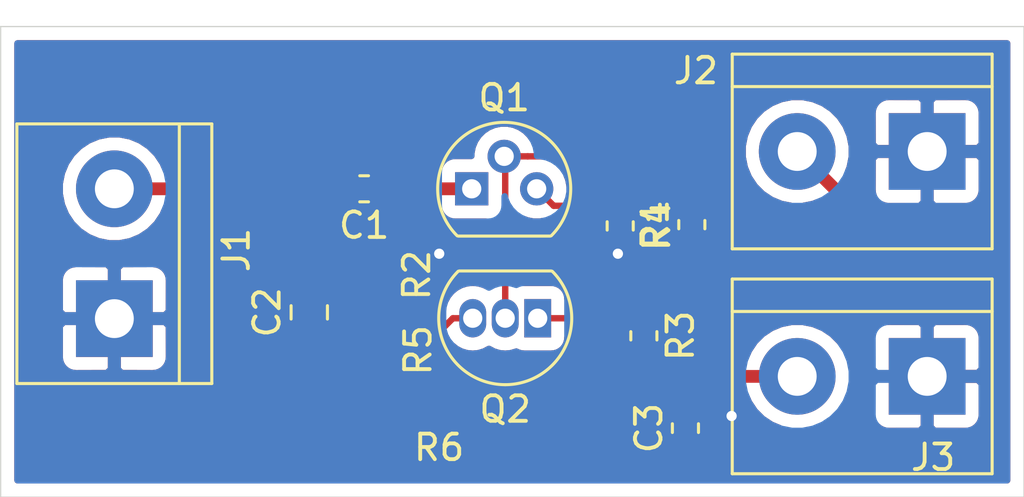
<source format=kicad_pcb>
(kicad_pcb (version 20171130) (host pcbnew "(5.1.5)-3")

  (general
    (thickness 1.6)
    (drawings 4)
    (tracks 40)
    (zones 0)
    (modules 14)
    (nets 10)
  )

  (page A4)
  (title_block
    (title Single_Transistor_AMP)
    (date 2020-10-29)
    (rev V1.0)
    (company "Ventspils Augstskola")
    (comment 1 Autors)
    (comment 2 "Ralfs Jātnieks")
    (comment 3 "PCB_CAD kurss")
  )

  (layers
    (0 F.Cu signal)
    (31 B.Cu signal)
    (32 B.Adhes user)
    (33 F.Adhes user)
    (34 B.Paste user)
    (35 F.Paste user)
    (36 B.SilkS user)
    (37 F.SilkS user)
    (38 B.Mask user)
    (39 F.Mask user)
    (40 Dwgs.User user)
    (41 Cmts.User user)
    (42 Eco1.User user)
    (43 Eco2.User user)
    (44 Edge.Cuts user)
    (45 Margin user)
    (46 B.CrtYd user)
    (47 F.CrtYd user)
    (48 B.Fab user)
    (49 F.Fab user)
  )

  (setup
    (last_trace_width 0.25)
    (user_trace_width 0.5)
    (trace_clearance 0.2)
    (zone_clearance 0.508)
    (zone_45_only no)
    (trace_min 0.2)
    (via_size 0.8)
    (via_drill 0.4)
    (via_min_size 0.4)
    (via_min_drill 0.3)
    (uvia_size 0.3)
    (uvia_drill 0.1)
    (uvias_allowed no)
    (uvia_min_size 0.2)
    (uvia_min_drill 0.1)
    (edge_width 0.05)
    (segment_width 0.2)
    (pcb_text_width 0.3)
    (pcb_text_size 1.5 1.5)
    (mod_edge_width 0.12)
    (mod_text_size 1 1)
    (mod_text_width 0.15)
    (pad_size 1.524 1.524)
    (pad_drill 0.762)
    (pad_to_mask_clearance 0.051)
    (solder_mask_min_width 0.25)
    (aux_axis_origin 0 0)
    (visible_elements 7FFFF7FF)
    (pcbplotparams
      (layerselection 0x010fc_ffffffff)
      (usegerberextensions false)
      (usegerberattributes false)
      (usegerberadvancedattributes false)
      (creategerberjobfile false)
      (excludeedgelayer true)
      (linewidth 0.100000)
      (plotframeref false)
      (viasonmask false)
      (mode 1)
      (useauxorigin false)
      (hpglpennumber 1)
      (hpglpenspeed 20)
      (hpglpendiameter 15.000000)
      (psnegative false)
      (psa4output false)
      (plotreference true)
      (plotvalue true)
      (plotinvisibletext false)
      (padsonsilk false)
      (subtractmaskfromsilk false)
      (outputformat 1)
      (mirror false)
      (drillshape 1)
      (scaleselection 1)
      (outputdirectory ""))
  )

  (net 0 "")
  (net 1 "Net-(C1-Pad1)")
  (net 2 "Net-(C2-Pad1)")
  (net 3 GND)
  (net 4 "Net-(C3-Pad2)")
  (net 5 "Net-(C3-Pad1)")
  (net 6 "Net-(J3-Pad2)")
  (net 7 "Net-(Q1-Pad2)")
  (net 8 "Net-(Q1-Pad3)")
  (net 9 "Net-(Q2-Pad3)")

  (net_class Default "This is the default net class."
    (clearance 0.2)
    (trace_width 0.25)
    (via_dia 0.8)
    (via_drill 0.4)
    (uvia_dia 0.3)
    (uvia_drill 0.1)
    (add_net GND)
    (add_net "Net-(C2-Pad1)")
    (add_net "Net-(C3-Pad2)")
    (add_net "Net-(Q1-Pad2)")
    (add_net "Net-(Q1-Pad3)")
    (add_net "Net-(Q2-Pad3)")
  )

  (net_class Diff ""
    (clearance 0.125)
    (trace_width 0.2)
    (via_dia 0.8)
    (via_drill 0.4)
    (uvia_dia 0.3)
    (uvia_drill 0.1)
  )

  (net_class Power ""
    (clearance 0.5)
    (trace_width 0.3)
    (via_dia 1)
    (via_drill 0.6)
    (uvia_dia 0.3)
    (uvia_drill 0.1)
    (add_net "Net-(C1-Pad1)")
    (add_net "Net-(C3-Pad1)")
    (add_net "Net-(J3-Pad2)")
  )

  (module Capacitor_SMD:C_0603_1608Metric_Pad1.05x0.95mm_HandSolder (layer F.Cu) (tedit 5B301BBE) (tstamp 5FA17BB9)
    (at 130.415 80.01 180)
    (descr "Capacitor SMD 0603 (1608 Metric), square (rectangular) end terminal, IPC_7351 nominal with elongated pad for handsoldering. (Body size source: http://www.tortai-tech.com/upload/download/2011102023233369053.pdf), generated with kicad-footprint-generator")
    (tags "capacitor handsolder")
    (path /5F86D4F4)
    (attr smd)
    (fp_text reference C1 (at 0 -1.43) (layer F.SilkS)
      (effects (font (size 1 1) (thickness 0.15)))
    )
    (fp_text value 22uF (at 0 1.43) (layer F.Fab)
      (effects (font (size 1 1) (thickness 0.15)))
    )
    (fp_line (start -0.8 0.4) (end -0.8 -0.4) (layer F.Fab) (width 0.1))
    (fp_line (start -0.8 -0.4) (end 0.8 -0.4) (layer F.Fab) (width 0.1))
    (fp_line (start 0.8 -0.4) (end 0.8 0.4) (layer F.Fab) (width 0.1))
    (fp_line (start 0.8 0.4) (end -0.8 0.4) (layer F.Fab) (width 0.1))
    (fp_line (start -0.171267 -0.51) (end 0.171267 -0.51) (layer F.SilkS) (width 0.12))
    (fp_line (start -0.171267 0.51) (end 0.171267 0.51) (layer F.SilkS) (width 0.12))
    (fp_line (start -1.65 0.73) (end -1.65 -0.73) (layer F.CrtYd) (width 0.05))
    (fp_line (start -1.65 -0.73) (end 1.65 -0.73) (layer F.CrtYd) (width 0.05))
    (fp_line (start 1.65 -0.73) (end 1.65 0.73) (layer F.CrtYd) (width 0.05))
    (fp_line (start 1.65 0.73) (end -1.65 0.73) (layer F.CrtYd) (width 0.05))
    (fp_text user %R (at 0 0) (layer F.Fab)
      (effects (font (size 0.4 0.4) (thickness 0.06)))
    )
    (pad 1 smd roundrect (at -0.875 0 180) (size 1.05 0.95) (layers F.Cu F.Paste F.Mask) (roundrect_rratio 0.25)
      (net 1 "Net-(C1-Pad1)"))
    (pad 2 smd roundrect (at 0.875 0 180) (size 1.05 0.95) (layers F.Cu F.Paste F.Mask) (roundrect_rratio 0.25)
      (net 1 "Net-(C1-Pad1)"))
    (model ${KISYS3DMOD}/Capacitor_SMD.3dshapes/C_0603_1608Metric.wrl
      (at (xyz 0 0 0))
      (scale (xyz 1 1 1))
      (rotate (xyz 0 0 0))
    )
  )

  (module Capacitor_SMD:C_0805_2012Metric_Pad1.15x1.40mm_HandSolder (layer F.Cu) (tedit 5B36C52B) (tstamp 5FA17BCA)
    (at 128.27 84.845 90)
    (descr "Capacitor SMD 0805 (2012 Metric), square (rectangular) end terminal, IPC_7351 nominal with elongated pad for handsoldering. (Body size source: https://docs.google.com/spreadsheets/d/1BsfQQcO9C6DZCsRaXUlFlo91Tg2WpOkGARC1WS5S8t0/edit?usp=sharing), generated with kicad-footprint-generator")
    (tags "capacitor handsolder")
    (path /5F8702F3)
    (attr smd)
    (fp_text reference C2 (at 0 -1.65 90) (layer F.SilkS)
      (effects (font (size 1 1) (thickness 0.15)))
    )
    (fp_text value 47uF (at 0 1.65 90) (layer F.Fab)
      (effects (font (size 1 1) (thickness 0.15)))
    )
    (fp_line (start -1 0.6) (end -1 -0.6) (layer F.Fab) (width 0.1))
    (fp_line (start -1 -0.6) (end 1 -0.6) (layer F.Fab) (width 0.1))
    (fp_line (start 1 -0.6) (end 1 0.6) (layer F.Fab) (width 0.1))
    (fp_line (start 1 0.6) (end -1 0.6) (layer F.Fab) (width 0.1))
    (fp_line (start -0.261252 -0.71) (end 0.261252 -0.71) (layer F.SilkS) (width 0.12))
    (fp_line (start -0.261252 0.71) (end 0.261252 0.71) (layer F.SilkS) (width 0.12))
    (fp_line (start -1.85 0.95) (end -1.85 -0.95) (layer F.CrtYd) (width 0.05))
    (fp_line (start -1.85 -0.95) (end 1.85 -0.95) (layer F.CrtYd) (width 0.05))
    (fp_line (start 1.85 -0.95) (end 1.85 0.95) (layer F.CrtYd) (width 0.05))
    (fp_line (start 1.85 0.95) (end -1.85 0.95) (layer F.CrtYd) (width 0.05))
    (fp_text user %R (at 0 0 90) (layer F.Fab)
      (effects (font (size 0.5 0.5) (thickness 0.08)))
    )
    (pad 1 smd roundrect (at -1.025 0 90) (size 1.15 1.4) (layers F.Cu F.Paste F.Mask) (roundrect_rratio 0.217391)
      (net 2 "Net-(C2-Pad1)"))
    (pad 2 smd roundrect (at 1.025 0 90) (size 1.15 1.4) (layers F.Cu F.Paste F.Mask) (roundrect_rratio 0.217391)
      (net 3 GND))
    (model ${KISYS3DMOD}/Capacitor_SMD.3dshapes/C_0805_2012Metric.wrl
      (at (xyz 0 0 0))
      (scale (xyz 1 1 1))
      (rotate (xyz 0 0 0))
    )
  )

  (module Capacitor_SMD:C_0603_1608Metric_Pad1.05x0.95mm_HandSolder (layer F.Cu) (tedit 5B301BBE) (tstamp 5FA17BDB)
    (at 142.975 89.375 90)
    (descr "Capacitor SMD 0603 (1608 Metric), square (rectangular) end terminal, IPC_7351 nominal with elongated pad for handsoldering. (Body size source: http://www.tortai-tech.com/upload/download/2011102023233369053.pdf), generated with kicad-footprint-generator")
    (tags "capacitor handsolder")
    (path /5F86EE0A)
    (attr smd)
    (fp_text reference C3 (at 0 -1.43 90) (layer F.SilkS)
      (effects (font (size 1 1) (thickness 0.15)))
    )
    (fp_text value 22uF (at 0 1.43 90) (layer F.Fab)
      (effects (font (size 1 1) (thickness 0.15)))
    )
    (fp_text user %R (at 0 0 90) (layer F.Fab)
      (effects (font (size 0.4 0.4) (thickness 0.06)))
    )
    (fp_line (start 1.65 0.73) (end -1.65 0.73) (layer F.CrtYd) (width 0.05))
    (fp_line (start 1.65 -0.73) (end 1.65 0.73) (layer F.CrtYd) (width 0.05))
    (fp_line (start -1.65 -0.73) (end 1.65 -0.73) (layer F.CrtYd) (width 0.05))
    (fp_line (start -1.65 0.73) (end -1.65 -0.73) (layer F.CrtYd) (width 0.05))
    (fp_line (start -0.171267 0.51) (end 0.171267 0.51) (layer F.SilkS) (width 0.12))
    (fp_line (start -0.171267 -0.51) (end 0.171267 -0.51) (layer F.SilkS) (width 0.12))
    (fp_line (start 0.8 0.4) (end -0.8 0.4) (layer F.Fab) (width 0.1))
    (fp_line (start 0.8 -0.4) (end 0.8 0.4) (layer F.Fab) (width 0.1))
    (fp_line (start -0.8 -0.4) (end 0.8 -0.4) (layer F.Fab) (width 0.1))
    (fp_line (start -0.8 0.4) (end -0.8 -0.4) (layer F.Fab) (width 0.1))
    (pad 2 smd roundrect (at 0.875 0 90) (size 1.05 0.95) (layers F.Cu F.Paste F.Mask) (roundrect_rratio 0.25)
      (net 4 "Net-(C3-Pad2)"))
    (pad 1 smd roundrect (at -0.875 0 90) (size 1.05 0.95) (layers F.Cu F.Paste F.Mask) (roundrect_rratio 0.25)
      (net 5 "Net-(C3-Pad1)"))
    (model ${KISYS3DMOD}/Capacitor_SMD.3dshapes/C_0603_1608Metric.wrl
      (at (xyz 0 0 0))
      (scale (xyz 1 1 1))
      (rotate (xyz 0 0 0))
    )
  )

  (module TerminalBlock:TerminalBlock_bornier-2_P5.08mm (layer F.Cu) (tedit 59FF03AB) (tstamp 5FA17BF0)
    (at 120.65 85.09 90)
    (descr "simple 2-pin terminal block, pitch 5.08mm, revamped version of bornier2")
    (tags "terminal block bornier2")
    (path /5F8763A2)
    (fp_text reference J1 (at 2.68478 4.76504 90) (layer F.SilkS)
      (effects (font (size 1 1) (thickness 0.15)))
    )
    (fp_text value "Signals ieeja" (at 2.54 5.08 90) (layer F.Fab)
      (effects (font (size 1 1) (thickness 0.15)))
    )
    (fp_text user %R (at 2.54 0 90) (layer F.Fab)
      (effects (font (size 1 1) (thickness 0.15)))
    )
    (fp_line (start -2.41 2.55) (end 7.49 2.55) (layer F.Fab) (width 0.1))
    (fp_line (start -2.46 -3.75) (end -2.46 3.75) (layer F.Fab) (width 0.1))
    (fp_line (start -2.46 3.75) (end 7.54 3.75) (layer F.Fab) (width 0.1))
    (fp_line (start 7.54 3.75) (end 7.54 -3.75) (layer F.Fab) (width 0.1))
    (fp_line (start 7.54 -3.75) (end -2.46 -3.75) (layer F.Fab) (width 0.1))
    (fp_line (start 7.62 2.54) (end -2.54 2.54) (layer F.SilkS) (width 0.12))
    (fp_line (start 7.62 3.81) (end 7.62 -3.81) (layer F.SilkS) (width 0.12))
    (fp_line (start 7.62 -3.81) (end -2.54 -3.81) (layer F.SilkS) (width 0.12))
    (fp_line (start -2.54 -3.81) (end -2.54 3.81) (layer F.SilkS) (width 0.12))
    (fp_line (start -2.54 3.81) (end 7.62 3.81) (layer F.SilkS) (width 0.12))
    (fp_line (start -2.71 -4) (end 7.79 -4) (layer F.CrtYd) (width 0.05))
    (fp_line (start -2.71 -4) (end -2.71 4) (layer F.CrtYd) (width 0.05))
    (fp_line (start 7.79 4) (end 7.79 -4) (layer F.CrtYd) (width 0.05))
    (fp_line (start 7.79 4) (end -2.71 4) (layer F.CrtYd) (width 0.05))
    (pad 1 thru_hole rect (at 0 0 90) (size 3 3) (drill 1.52) (layers *.Cu *.Mask)
      (net 3 GND))
    (pad 2 thru_hole circle (at 5.08 0 90) (size 3 3) (drill 1.52) (layers *.Cu *.Mask)
      (net 1 "Net-(C1-Pad1)"))
    (model ${KISYS3DMOD}/TerminalBlock.3dshapes/TerminalBlock_bornier-2_P5.08mm.wrl
      (offset (xyz 2.539999961853027 0 0))
      (scale (xyz 1 1 1))
      (rotate (xyz 0 0 0))
    )
  )

  (module TerminalBlock:TerminalBlock_bornier-2_P5.08mm (layer F.Cu) (tedit 59FF03AB) (tstamp 5FA26A00)
    (at 152.425 78.55 180)
    (descr "simple 2-pin terminal block, pitch 5.08mm, revamped version of bornier2")
    (tags "terminal block bornier2")
    (path /5F87AADE)
    (fp_text reference J2 (at 9.03946 3.16026) (layer F.SilkS)
      (effects (font (size 1 1) (thickness 0.15)))
    )
    (fp_text value "Signals izeja" (at 2.54 5.08) (layer F.Fab)
      (effects (font (size 1 1) (thickness 0.15)))
    )
    (fp_line (start 7.79 4) (end -2.71 4) (layer F.CrtYd) (width 0.05))
    (fp_line (start 7.79 4) (end 7.79 -4) (layer F.CrtYd) (width 0.05))
    (fp_line (start -2.71 -4) (end -2.71 4) (layer F.CrtYd) (width 0.05))
    (fp_line (start -2.71 -4) (end 7.79 -4) (layer F.CrtYd) (width 0.05))
    (fp_line (start -2.54 3.81) (end 7.62 3.81) (layer F.SilkS) (width 0.12))
    (fp_line (start -2.54 -3.81) (end -2.54 3.81) (layer F.SilkS) (width 0.12))
    (fp_line (start 7.62 -3.81) (end -2.54 -3.81) (layer F.SilkS) (width 0.12))
    (fp_line (start 7.62 3.81) (end 7.62 -3.81) (layer F.SilkS) (width 0.12))
    (fp_line (start 7.62 2.54) (end -2.54 2.54) (layer F.SilkS) (width 0.12))
    (fp_line (start 7.54 -3.75) (end -2.46 -3.75) (layer F.Fab) (width 0.1))
    (fp_line (start 7.54 3.75) (end 7.54 -3.75) (layer F.Fab) (width 0.1))
    (fp_line (start -2.46 3.75) (end 7.54 3.75) (layer F.Fab) (width 0.1))
    (fp_line (start -2.46 -3.75) (end -2.46 3.75) (layer F.Fab) (width 0.1))
    (fp_line (start -2.41 2.55) (end 7.49 2.55) (layer F.Fab) (width 0.1))
    (fp_text user %R (at 2.54 0) (layer F.Fab)
      (effects (font (size 1 1) (thickness 0.15)))
    )
    (pad 2 thru_hole circle (at 5.08 0 180) (size 3 3) (drill 1.52) (layers *.Cu *.Mask)
      (net 5 "Net-(C3-Pad1)"))
    (pad 1 thru_hole rect (at 0 0 180) (size 3 3) (drill 1.52) (layers *.Cu *.Mask)
      (net 3 GND))
    (model ${KISYS3DMOD}/TerminalBlock.3dshapes/TerminalBlock_bornier-2_P5.08mm.wrl
      (offset (xyz 2.539999961853027 0 0))
      (scale (xyz 1 1 1))
      (rotate (xyz 0 0 0))
    )
  )

  (module TerminalBlock:TerminalBlock_bornier-2_P5.08mm (layer F.Cu) (tedit 59FF03AB) (tstamp 5FA17C1A)
    (at 152.425 87.35 180)
    (descr "simple 2-pin terminal block, pitch 5.08mm, revamped version of bornier2")
    (tags "terminal block bornier2")
    (path /5F882652)
    (fp_text reference J3 (at -0.23408 -3.17052) (layer F.SilkS)
      (effects (font (size 1 1) (thickness 0.15)))
    )
    (fp_text value 12V (at 2.54 5.08) (layer F.Fab)
      (effects (font (size 1 1) (thickness 0.15)))
    )
    (fp_text user %R (at 2.54 0) (layer F.Fab)
      (effects (font (size 1 1) (thickness 0.15)))
    )
    (fp_line (start -2.41 2.55) (end 7.49 2.55) (layer F.Fab) (width 0.1))
    (fp_line (start -2.46 -3.75) (end -2.46 3.75) (layer F.Fab) (width 0.1))
    (fp_line (start -2.46 3.75) (end 7.54 3.75) (layer F.Fab) (width 0.1))
    (fp_line (start 7.54 3.75) (end 7.54 -3.75) (layer F.Fab) (width 0.1))
    (fp_line (start 7.54 -3.75) (end -2.46 -3.75) (layer F.Fab) (width 0.1))
    (fp_line (start 7.62 2.54) (end -2.54 2.54) (layer F.SilkS) (width 0.12))
    (fp_line (start 7.62 3.81) (end 7.62 -3.81) (layer F.SilkS) (width 0.12))
    (fp_line (start 7.62 -3.81) (end -2.54 -3.81) (layer F.SilkS) (width 0.12))
    (fp_line (start -2.54 -3.81) (end -2.54 3.81) (layer F.SilkS) (width 0.12))
    (fp_line (start -2.54 3.81) (end 7.62 3.81) (layer F.SilkS) (width 0.12))
    (fp_line (start -2.71 -4) (end 7.79 -4) (layer F.CrtYd) (width 0.05))
    (fp_line (start -2.71 -4) (end -2.71 4) (layer F.CrtYd) (width 0.05))
    (fp_line (start 7.79 4) (end 7.79 -4) (layer F.CrtYd) (width 0.05))
    (fp_line (start 7.79 4) (end -2.71 4) (layer F.CrtYd) (width 0.05))
    (pad 1 thru_hole rect (at 0 0 180) (size 3 3) (drill 1.52) (layers *.Cu *.Mask)
      (net 3 GND))
    (pad 2 thru_hole circle (at 5.08 0 180) (size 3 3) (drill 1.52) (layers *.Cu *.Mask)
      (net 6 "Net-(J3-Pad2)"))
    (model ${KISYS3DMOD}/TerminalBlock.3dshapes/TerminalBlock_bornier-2_P5.08mm.wrl
      (offset (xyz 2.539999961853027 0 0))
      (scale (xyz 1 1 1))
      (rotate (xyz 0 0 0))
    )
  )

  (module Package_TO_SOT_THT:TO-92 (layer F.Cu) (tedit 5A279852) (tstamp 5FA17C2C)
    (at 134.62 80.01)
    (descr "TO-92 leads molded, narrow, drill 0.75mm (see NXP sot054_po.pdf)")
    (tags "to-92 sc-43 sc-43a sot54 PA33 transistor")
    (path /5F86F7E4)
    (fp_text reference Q1 (at 1.27 -3.56) (layer F.SilkS)
      (effects (font (size 1 1) (thickness 0.15)))
    )
    (fp_text value BC548 (at 1.27 2.79) (layer F.Fab)
      (effects (font (size 1 1) (thickness 0.15)))
    )
    (fp_text user %R (at 1.27 -3.56) (layer F.Fab)
      (effects (font (size 1 1) (thickness 0.15)))
    )
    (fp_line (start -0.53 1.85) (end 3.07 1.85) (layer F.SilkS) (width 0.12))
    (fp_line (start -0.5 1.75) (end 3 1.75) (layer F.Fab) (width 0.1))
    (fp_line (start -1.46 -2.73) (end 4 -2.73) (layer F.CrtYd) (width 0.05))
    (fp_line (start -1.46 -2.73) (end -1.46 2.01) (layer F.CrtYd) (width 0.05))
    (fp_line (start 4 2.01) (end 4 -2.73) (layer F.CrtYd) (width 0.05))
    (fp_line (start 4 2.01) (end -1.46 2.01) (layer F.CrtYd) (width 0.05))
    (fp_arc (start 1.27 0) (end 1.27 -2.48) (angle 135) (layer F.Fab) (width 0.1))
    (fp_arc (start 1.27 0) (end 1.27 -2.6) (angle -135) (layer F.SilkS) (width 0.12))
    (fp_arc (start 1.27 0) (end 1.27 -2.48) (angle -135) (layer F.Fab) (width 0.1))
    (fp_arc (start 1.27 0) (end 1.27 -2.6) (angle 135) (layer F.SilkS) (width 0.12))
    (pad 2 thru_hole circle (at 1.27 -1.27 90) (size 1.3 1.3) (drill 0.75) (layers *.Cu *.Mask)
      (net 7 "Net-(Q1-Pad2)"))
    (pad 3 thru_hole circle (at 2.54 0 90) (size 1.3 1.3) (drill 0.75) (layers *.Cu *.Mask)
      (net 8 "Net-(Q1-Pad3)"))
    (pad 1 thru_hole rect (at 0 0 90) (size 1.3 1.3) (drill 0.75) (layers *.Cu *.Mask)
      (net 1 "Net-(C1-Pad1)"))
    (model ${KISYS3DMOD}/Package_TO_SOT_THT.3dshapes/TO-92.wrl
      (at (xyz 0 0 0))
      (scale (xyz 1 1 1))
      (rotate (xyz 0 0 0))
    )
  )

  (module Package_TO_SOT_THT:TO-92_Inline (layer F.Cu) (tedit 5A1DD157) (tstamp 5FA17C3E)
    (at 137.2 85.075 180)
    (descr "TO-92 leads in-line, narrow, oval pads, drill 0.75mm (see NXP sot054_po.pdf)")
    (tags "to-92 sc-43 sc-43a sot54 PA33 transistor")
    (path /5F870EF8)
    (fp_text reference Q2 (at 1.27 -3.56) (layer F.SilkS)
      (effects (font (size 1 1) (thickness 0.15)))
    )
    (fp_text value BC548 (at 1.27 2.79) (layer F.Fab)
      (effects (font (size 1 1) (thickness 0.15)))
    )
    (fp_text user %R (at 1.27 -3.56) (layer F.Fab)
      (effects (font (size 1 1) (thickness 0.15)))
    )
    (fp_line (start -0.53 1.85) (end 3.07 1.85) (layer F.SilkS) (width 0.12))
    (fp_line (start -0.5 1.75) (end 3 1.75) (layer F.Fab) (width 0.1))
    (fp_line (start -1.46 -2.73) (end 4 -2.73) (layer F.CrtYd) (width 0.05))
    (fp_line (start -1.46 -2.73) (end -1.46 2.01) (layer F.CrtYd) (width 0.05))
    (fp_line (start 4 2.01) (end 4 -2.73) (layer F.CrtYd) (width 0.05))
    (fp_line (start 4 2.01) (end -1.46 2.01) (layer F.CrtYd) (width 0.05))
    (fp_arc (start 1.27 0) (end 1.27 -2.48) (angle 135) (layer F.Fab) (width 0.1))
    (fp_arc (start 1.27 0) (end 1.27 -2.6) (angle -135) (layer F.SilkS) (width 0.12))
    (fp_arc (start 1.27 0) (end 1.27 -2.48) (angle -135) (layer F.Fab) (width 0.1))
    (fp_arc (start 1.27 0) (end 1.27 -2.6) (angle 135) (layer F.SilkS) (width 0.12))
    (pad 2 thru_hole oval (at 1.27 0 180) (size 1.05 1.5) (drill 0.75) (layers *.Cu *.Mask)
      (net 7 "Net-(Q1-Pad2)"))
    (pad 3 thru_hole oval (at 2.54 0 180) (size 1.05 1.5) (drill 0.75) (layers *.Cu *.Mask)
      (net 9 "Net-(Q2-Pad3)"))
    (pad 1 thru_hole rect (at 0 0 180) (size 1.05 1.5) (drill 0.75) (layers *.Cu *.Mask)
      (net 4 "Net-(C3-Pad2)"))
    (model ${KISYS3DMOD}/Package_TO_SOT_THT.3dshapes/TO-92_Inline.wrl
      (at (xyz 0 0 0))
      (scale (xyz 1 1 1))
      (rotate (xyz 0 0 0))
    )
  )

  (module Resistor_SMD:R_0603_1608Metric (layer F.Cu) (tedit 5B301BBD) (tstamp 5FA17C4F)
    (at 143.225 81.4125 90)
    (descr "Resistor SMD 0603 (1608 Metric), square (rectangular) end terminal, IPC_7351 nominal, (Body size source: http://www.tortai-tech.com/upload/download/2011102023233369053.pdf), generated with kicad-footprint-generator")
    (tags resistor)
    (path /5F86935B)
    (attr smd)
    (fp_text reference R1 (at 0 -1.43 90) (layer F.SilkS)
      (effects (font (size 1 1) (thickness 0.15)))
    )
    (fp_text value 22K (at 0 1.43 90) (layer F.Fab)
      (effects (font (size 1 1) (thickness 0.15)))
    )
    (fp_line (start -0.8 0.4) (end -0.8 -0.4) (layer F.Fab) (width 0.1))
    (fp_line (start -0.8 -0.4) (end 0.8 -0.4) (layer F.Fab) (width 0.1))
    (fp_line (start 0.8 -0.4) (end 0.8 0.4) (layer F.Fab) (width 0.1))
    (fp_line (start 0.8 0.4) (end -0.8 0.4) (layer F.Fab) (width 0.1))
    (fp_line (start -0.162779 -0.51) (end 0.162779 -0.51) (layer F.SilkS) (width 0.12))
    (fp_line (start -0.162779 0.51) (end 0.162779 0.51) (layer F.SilkS) (width 0.12))
    (fp_line (start -1.48 0.73) (end -1.48 -0.73) (layer F.CrtYd) (width 0.05))
    (fp_line (start -1.48 -0.73) (end 1.48 -0.73) (layer F.CrtYd) (width 0.05))
    (fp_line (start 1.48 -0.73) (end 1.48 0.73) (layer F.CrtYd) (width 0.05))
    (fp_line (start 1.48 0.73) (end -1.48 0.73) (layer F.CrtYd) (width 0.05))
    (fp_text user %R (at 0 0 90) (layer F.Fab)
      (effects (font (size 0.4 0.4) (thickness 0.06)))
    )
    (pad 1 smd roundrect (at -0.7875 0 90) (size 0.875 0.95) (layers F.Cu F.Paste F.Mask) (roundrect_rratio 0.25)
      (net 6 "Net-(J3-Pad2)"))
    (pad 2 smd roundrect (at 0.7875 0 90) (size 0.875 0.95) (layers F.Cu F.Paste F.Mask) (roundrect_rratio 0.25)
      (net 7 "Net-(Q1-Pad2)"))
    (model ${KISYS3DMOD}/Resistor_SMD.3dshapes/R_0603_1608Metric.wrl
      (at (xyz 0 0 0))
      (scale (xyz 1 1 1))
      (rotate (xyz 0 0 0))
    )
  )

  (module Resistor_SMD:R_0402_1005Metric (layer F.Cu) (tedit 5B301BBD) (tstamp 5FA17C5E)
    (at 131.3 83.39 270)
    (descr "Resistor SMD 0402 (1005 Metric), square (rectangular) end terminal, IPC_7351 nominal, (Body size source: http://www.tortai-tech.com/upload/download/2011102023233369053.pdf), generated with kicad-footprint-generator")
    (tags resistor)
    (path /5F86A78C)
    (attr smd)
    (fp_text reference R2 (at 0 -1.17 90) (layer F.SilkS)
      (effects (font (size 1 1) (thickness 0.15)))
    )
    (fp_text value 6,8K (at 0 1.17 90) (layer F.Fab)
      (effects (font (size 1 1) (thickness 0.15)))
    )
    (fp_line (start -0.5 0.25) (end -0.5 -0.25) (layer F.Fab) (width 0.1))
    (fp_line (start -0.5 -0.25) (end 0.5 -0.25) (layer F.Fab) (width 0.1))
    (fp_line (start 0.5 -0.25) (end 0.5 0.25) (layer F.Fab) (width 0.1))
    (fp_line (start 0.5 0.25) (end -0.5 0.25) (layer F.Fab) (width 0.1))
    (fp_line (start -0.93 0.47) (end -0.93 -0.47) (layer F.CrtYd) (width 0.05))
    (fp_line (start -0.93 -0.47) (end 0.93 -0.47) (layer F.CrtYd) (width 0.05))
    (fp_line (start 0.93 -0.47) (end 0.93 0.47) (layer F.CrtYd) (width 0.05))
    (fp_line (start 0.93 0.47) (end -0.93 0.47) (layer F.CrtYd) (width 0.05))
    (fp_text user %R (at 0 0 90) (layer F.Fab)
      (effects (font (size 0.25 0.25) (thickness 0.04)))
    )
    (pad 1 smd roundrect (at -0.485 0 270) (size 0.59 0.64) (layers F.Cu F.Paste F.Mask) (roundrect_rratio 0.25)
      (net 1 "Net-(C1-Pad1)"))
    (pad 2 smd roundrect (at 0.485 0 270) (size 0.59 0.64) (layers F.Cu F.Paste F.Mask) (roundrect_rratio 0.25)
      (net 2 "Net-(C2-Pad1)"))
    (model ${KISYS3DMOD}/Resistor_SMD.3dshapes/R_0402_1005Metric.wrl
      (at (xyz 0 0 0))
      (scale (xyz 1 1 1))
      (rotate (xyz 0 0 0))
    )
  )

  (module Resistor_SMD:R_0603_1608Metric (layer F.Cu) (tedit 5B301BBD) (tstamp 5FA17C6F)
    (at 141.35 85.7625 270)
    (descr "Resistor SMD 0603 (1608 Metric), square (rectangular) end terminal, IPC_7351 nominal, (Body size source: http://www.tortai-tech.com/upload/download/2011102023233369053.pdf), generated with kicad-footprint-generator")
    (tags resistor)
    (path /5F86BBE6)
    (attr smd)
    (fp_text reference R3 (at 0 -1.43 90) (layer F.SilkS)
      (effects (font (size 1 1) (thickness 0.15)))
    )
    (fp_text value 47K (at 0 1.43 90) (layer F.Fab)
      (effects (font (size 1 1) (thickness 0.15)))
    )
    (fp_text user %R (at 0 0 90) (layer F.Fab)
      (effects (font (size 0.4 0.4) (thickness 0.06)))
    )
    (fp_line (start 1.48 0.73) (end -1.48 0.73) (layer F.CrtYd) (width 0.05))
    (fp_line (start 1.48 -0.73) (end 1.48 0.73) (layer F.CrtYd) (width 0.05))
    (fp_line (start -1.48 -0.73) (end 1.48 -0.73) (layer F.CrtYd) (width 0.05))
    (fp_line (start -1.48 0.73) (end -1.48 -0.73) (layer F.CrtYd) (width 0.05))
    (fp_line (start -0.162779 0.51) (end 0.162779 0.51) (layer F.SilkS) (width 0.12))
    (fp_line (start -0.162779 -0.51) (end 0.162779 -0.51) (layer F.SilkS) (width 0.12))
    (fp_line (start 0.8 0.4) (end -0.8 0.4) (layer F.Fab) (width 0.1))
    (fp_line (start 0.8 -0.4) (end 0.8 0.4) (layer F.Fab) (width 0.1))
    (fp_line (start -0.8 -0.4) (end 0.8 -0.4) (layer F.Fab) (width 0.1))
    (fp_line (start -0.8 0.4) (end -0.8 -0.4) (layer F.Fab) (width 0.1))
    (pad 2 smd roundrect (at 0.7875 0 270) (size 0.875 0.95) (layers F.Cu F.Paste F.Mask) (roundrect_rratio 0.25)
      (net 4 "Net-(C3-Pad2)"))
    (pad 1 smd roundrect (at -0.7875 0 270) (size 0.875 0.95) (layers F.Cu F.Paste F.Mask) (roundrect_rratio 0.25)
      (net 6 "Net-(J3-Pad2)"))
    (model ${KISYS3DMOD}/Resistor_SMD.3dshapes/R_0603_1608Metric.wrl
      (at (xyz 0 0 0))
      (scale (xyz 1 1 1))
      (rotate (xyz 0 0 0))
    )
  )

  (module Resistor_SMD:R_0603_1608Metric (layer F.Cu) (tedit 5B301BBD) (tstamp 5FA26E92)
    (at 140.425 81.4625 270)
    (descr "Resistor SMD 0603 (1608 Metric), square (rectangular) end terminal, IPC_7351 nominal, (Body size source: http://www.tortai-tech.com/upload/download/2011102023233369053.pdf), generated with kicad-footprint-generator")
    (tags resistor)
    (path /5F86C7DA)
    (attr smd)
    (fp_text reference R4 (at 0 -1.43 90) (layer F.SilkS)
      (effects (font (size 1 1) (thickness 0.15)))
    )
    (fp_text value 1,8K (at 0 1.43 90) (layer F.Fab)
      (effects (font (size 1 1) (thickness 0.15)))
    )
    (fp_line (start -0.8 0.4) (end -0.8 -0.4) (layer F.Fab) (width 0.1))
    (fp_line (start -0.8 -0.4) (end 0.8 -0.4) (layer F.Fab) (width 0.1))
    (fp_line (start 0.8 -0.4) (end 0.8 0.4) (layer F.Fab) (width 0.1))
    (fp_line (start 0.8 0.4) (end -0.8 0.4) (layer F.Fab) (width 0.1))
    (fp_line (start -0.162779 -0.51) (end 0.162779 -0.51) (layer F.SilkS) (width 0.12))
    (fp_line (start -0.162779 0.51) (end 0.162779 0.51) (layer F.SilkS) (width 0.12))
    (fp_line (start -1.48 0.73) (end -1.48 -0.73) (layer F.CrtYd) (width 0.05))
    (fp_line (start -1.48 -0.73) (end 1.48 -0.73) (layer F.CrtYd) (width 0.05))
    (fp_line (start 1.48 -0.73) (end 1.48 0.73) (layer F.CrtYd) (width 0.05))
    (fp_line (start 1.48 0.73) (end -1.48 0.73) (layer F.CrtYd) (width 0.05))
    (fp_text user %R (at 0 0 90) (layer F.Fab)
      (effects (font (size 0.4 0.4) (thickness 0.06)))
    )
    (pad 1 smd roundrect (at -0.7875 0 270) (size 0.875 0.95) (layers F.Cu F.Paste F.Mask) (roundrect_rratio 0.25)
      (net 8 "Net-(Q1-Pad3)"))
    (pad 2 smd roundrect (at 0.7875 0 270) (size 0.875 0.95) (layers F.Cu F.Paste F.Mask) (roundrect_rratio 0.25)
      (net 3 GND))
    (model ${KISYS3DMOD}/Resistor_SMD.3dshapes/R_0603_1608Metric.wrl
      (at (xyz 0 0 0))
      (scale (xyz 1 1 1))
      (rotate (xyz 0 0 0))
    )
  )

  (module Resistor_SMD:R_0402_1005Metric (layer F.Cu) (tedit 5B301BBD) (tstamp 5FA17C8F)
    (at 131.325 86.285 90)
    (descr "Resistor SMD 0402 (1005 Metric), square (rectangular) end terminal, IPC_7351 nominal, (Body size source: http://www.tortai-tech.com/upload/download/2011102023233369053.pdf), generated with kicad-footprint-generator")
    (tags resistor)
    (path /5F86BF21)
    (attr smd)
    (fp_text reference R5 (at -0.04198 1.19696 90) (layer F.SilkS)
      (effects (font (size 1 1) (thickness 0.15)))
    )
    (fp_text value 1K (at 0 1.17 90) (layer F.Fab)
      (effects (font (size 1 1) (thickness 0.15)))
    )
    (fp_line (start -0.5 0.25) (end -0.5 -0.25) (layer F.Fab) (width 0.1))
    (fp_line (start -0.5 -0.25) (end 0.5 -0.25) (layer F.Fab) (width 0.1))
    (fp_line (start 0.5 -0.25) (end 0.5 0.25) (layer F.Fab) (width 0.1))
    (fp_line (start 0.5 0.25) (end -0.5 0.25) (layer F.Fab) (width 0.1))
    (fp_line (start -0.93 0.47) (end -0.93 -0.47) (layer F.CrtYd) (width 0.05))
    (fp_line (start -0.93 -0.47) (end 0.93 -0.47) (layer F.CrtYd) (width 0.05))
    (fp_line (start 0.93 -0.47) (end 0.93 0.47) (layer F.CrtYd) (width 0.05))
    (fp_line (start 0.93 0.47) (end -0.93 0.47) (layer F.CrtYd) (width 0.05))
    (fp_text user %R (at 0 0 90) (layer F.Fab)
      (effects (font (size 0.25 0.25) (thickness 0.04)))
    )
    (pad 1 smd roundrect (at -0.485 0 90) (size 0.59 0.64) (layers F.Cu F.Paste F.Mask) (roundrect_rratio 0.25)
      (net 9 "Net-(Q2-Pad3)"))
    (pad 2 smd roundrect (at 0.485 0 90) (size 0.59 0.64) (layers F.Cu F.Paste F.Mask) (roundrect_rratio 0.25)
      (net 2 "Net-(C2-Pad1)"))
    (model ${KISYS3DMOD}/Resistor_SMD.3dshapes/R_0402_1005Metric.wrl
      (at (xyz 0 0 0))
      (scale (xyz 1 1 1))
      (rotate (xyz 0 0 0))
    )
  )

  (module Resistor_SMD:R_0402_1005Metric (layer F.Cu) (tedit 5B301BBD) (tstamp 5FA17C9E)
    (at 133.365 88.8)
    (descr "Resistor SMD 0402 (1005 Metric), square (rectangular) end terminal, IPC_7351 nominal, (Body size source: http://www.tortai-tech.com/upload/download/2011102023233369053.pdf), generated with kicad-footprint-generator")
    (tags resistor)
    (path /5F86B6D2)
    (attr smd)
    (fp_text reference R6 (at -0.02008 1.33444) (layer F.SilkS)
      (effects (font (size 1 1) (thickness 0.15)))
    )
    (fp_text value 1K (at 0 1.17) (layer F.Fab)
      (effects (font (size 1 1) (thickness 0.15)))
    )
    (fp_text user %R (at 0 0) (layer F.Fab)
      (effects (font (size 0.25 0.25) (thickness 0.04)))
    )
    (fp_line (start 0.93 0.47) (end -0.93 0.47) (layer F.CrtYd) (width 0.05))
    (fp_line (start 0.93 -0.47) (end 0.93 0.47) (layer F.CrtYd) (width 0.05))
    (fp_line (start -0.93 -0.47) (end 0.93 -0.47) (layer F.CrtYd) (width 0.05))
    (fp_line (start -0.93 0.47) (end -0.93 -0.47) (layer F.CrtYd) (width 0.05))
    (fp_line (start 0.5 0.25) (end -0.5 0.25) (layer F.Fab) (width 0.1))
    (fp_line (start 0.5 -0.25) (end 0.5 0.25) (layer F.Fab) (width 0.1))
    (fp_line (start -0.5 -0.25) (end 0.5 -0.25) (layer F.Fab) (width 0.1))
    (fp_line (start -0.5 0.25) (end -0.5 -0.25) (layer F.Fab) (width 0.1))
    (pad 2 smd roundrect (at 0.485 0) (size 0.59 0.64) (layers F.Cu F.Paste F.Mask) (roundrect_rratio 0.25)
      (net 3 GND))
    (pad 1 smd roundrect (at -0.485 0) (size 0.59 0.64) (layers F.Cu F.Paste F.Mask) (roundrect_rratio 0.25)
      (net 9 "Net-(Q2-Pad3)"))
    (model ${KISYS3DMOD}/Resistor_SMD.3dshapes/R_0402_1005Metric.wrl
      (at (xyz 0 0 0))
      (scale (xyz 1 1 1))
      (rotate (xyz 0 0 0))
    )
  )

  (gr_line (start 116.205 92.075) (end 116.205 73.66) (layer Edge.Cuts) (width 0.05) (tstamp 5FA27329))
  (gr_line (start 156.21 92.075) (end 116.205 92.075) (layer Edge.Cuts) (width 0.05))
  (gr_line (start 156.21 73.66) (end 156.21 92.075) (layer Edge.Cuts) (width 0.05))
  (gr_line (start 116.205 73.66) (end 156.21 73.66) (layer Edge.Cuts) (width 0.05))

  (via (at 140.335 82.55) (size 0.8) (drill 0.4) (layers F.Cu B.Cu) (net 3))
  (segment (start 129.54 80.01) (end 120.65 80.01) (width 0.5) (layer F.Cu) (net 1))
  (segment (start 134.62 80.01) (end 131.29 80.01) (width 0.5) (layer F.Cu) (net 1))
  (segment (start 131.29 82.81999) (end 131.3 82.82999) (width 0.5) (layer F.Cu) (net 1))
  (segment (start 131.29 80.01) (end 131.29 82.81999) (width 0.5) (layer F.Cu) (net 1))
  (segment (start 131.3 85.775) (end 131.325 85.8) (width 0.25) (layer F.Cu) (net 2))
  (segment (start 131.3 83.875) (end 131.3 85.775) (width 0.25) (layer F.Cu) (net 2))
  (segment (start 128.34 85.8) (end 128.27 85.87) (width 0.25) (layer F.Cu) (net 2))
  (segment (start 131.325 85.8) (end 128.34 85.8) (width 0.25) (layer F.Cu) (net 2))
  (via (at 133.35 82.55) (size 0.8) (drill 0.4) (layers F.Cu B.Cu) (net 3))
  (via (at 144.78 88.9) (size 0.8) (drill 0.4) (layers F.Cu B.Cu) (net 3))
  (segment (start 139.875 85.075) (end 141.35 86.55) (width 0.25) (layer F.Cu) (net 4))
  (segment (start 137.2 85.075) (end 139.875 85.075) (width 0.25) (layer F.Cu) (net 4))
  (segment (start 141.35 86.9875) (end 141.35 86.55) (width 0.25) (layer F.Cu) (net 4))
  (segment (start 141.35 87.35) (end 141.35 86.9875) (width 0.25) (layer F.Cu) (net 4))
  (segment (start 142.5 88.5) (end 141.35 87.35) (width 0.25) (layer F.Cu) (net 4))
  (segment (start 142.975 88.5) (end 142.5 88.5) (width 0.25) (layer F.Cu) (net 4))
  (segment (start 142.975 90.25) (end 143.45 90.25) (width 0.25) (layer F.Cu) (net 5))
  (segment (start 142.975 90.25) (end 148.275 90.25) (width 0.5) (layer F.Cu) (net 5))
  (segment (start 148.275 90.25) (end 149.9 88.625) (width 0.5) (layer F.Cu) (net 5))
  (segment (start 149.9 81.105) (end 147.345 78.55) (width 0.5) (layer F.Cu) (net 5))
  (segment (start 149.9 88.625) (end 149.9 81.105) (width 0.5) (layer F.Cu) (net 5))
  (segment (start 143.725 87.35) (end 141.35 84.975) (width 0.5) (layer F.Cu) (net 6))
  (segment (start 147.345 87.35) (end 143.725 87.35) (width 0.5) (layer F.Cu) (net 6))
  (segment (start 141.35 84.075) (end 143.225 82.2) (width 0.5) (layer F.Cu) (net 6))
  (segment (start 141.35 84.975) (end 141.35 84.075) (width 0.5) (layer F.Cu) (net 6))
  (segment (start 135.93 78.78) (end 135.89 78.74) (width 0.25) (layer F.Cu) (net 7))
  (segment (start 135.93 85.075) (end 135.93 78.78) (width 0.25) (layer F.Cu) (net 7))
  (segment (start 136.809238 78.74) (end 135.89 78.74) (width 0.25) (layer F.Cu) (net 7))
  (segment (start 141.7775 78.74) (end 136.809238 78.74) (width 0.25) (layer F.Cu) (net 7))
  (segment (start 143.225 80.1875) (end 141.7775 78.74) (width 0.25) (layer F.Cu) (net 7))
  (segment (start 143.225 80.625) (end 143.225 80.1875) (width 0.25) (layer F.Cu) (net 7))
  (segment (start 137.825 80.675) (end 137.16 80.01) (width 0.25) (layer F.Cu) (net 8))
  (segment (start 140.425 80.675) (end 137.825 80.675) (width 0.25) (layer F.Cu) (net 8))
  (segment (start 132.19 86.77) (end 131.645 86.77) (width 0.25) (layer F.Cu) (net 9))
  (segment (start 133.885 85.075) (end 132.19 86.77) (width 0.25) (layer F.Cu) (net 9))
  (segment (start 134.66 85.075) (end 133.885 85.075) (width 0.25) (layer F.Cu) (net 9))
  (segment (start 131.645 86.77) (end 131.325 86.77) (width 0.25) (layer F.Cu) (net 9))
  (segment (start 132.88 88.005) (end 131.645 86.77) (width 0.25) (layer F.Cu) (net 9))
  (segment (start 132.88 88.8) (end 132.88 88.005) (width 0.25) (layer F.Cu) (net 9))

  (zone (net 3) (net_name GND) (layer F.Cu) (tstamp 0) (hatch edge 0.508)
    (connect_pads (clearance 0.508))
    (min_thickness 0.254)
    (fill yes (arc_segments 32) (thermal_gap 0.508) (thermal_bridge_width 0.508))
    (polygon
      (pts
        (xy 156.21 92.075) (xy 116.205 92.075) (xy 116.205 73.66) (xy 156.21 73.66)
      )
    )
    (filled_polygon
      (pts
        (xy 155.550001 91.415) (xy 116.865 91.415) (xy 116.865 86.59) (xy 118.511928 86.59) (xy 118.524188 86.714482)
        (xy 118.560498 86.83418) (xy 118.619463 86.944494) (xy 118.698815 87.041185) (xy 118.795506 87.120537) (xy 118.90582 87.179502)
        (xy 119.025518 87.215812) (xy 119.15 87.228072) (xy 120.36425 87.225) (xy 120.523 87.06625) (xy 120.523 85.217)
        (xy 120.777 85.217) (xy 120.777 87.06625) (xy 120.93575 87.225) (xy 122.15 87.228072) (xy 122.274482 87.215812)
        (xy 122.39418 87.179502) (xy 122.504494 87.120537) (xy 122.601185 87.041185) (xy 122.680537 86.944494) (xy 122.739502 86.83418)
        (xy 122.775812 86.714482) (xy 122.788072 86.59) (xy 122.785 85.37575) (xy 122.62625 85.217) (xy 120.777 85.217)
        (xy 120.523 85.217) (xy 118.67375 85.217) (xy 118.515 85.37575) (xy 118.511928 86.59) (xy 116.865 86.59)
        (xy 116.865 83.59) (xy 118.511928 83.59) (xy 118.515 84.80425) (xy 118.67375 84.963) (xy 120.523 84.963)
        (xy 120.523 83.11375) (xy 120.777 83.11375) (xy 120.777 84.963) (xy 122.62625 84.963) (xy 122.785 84.80425)
        (xy 122.788072 83.59) (xy 122.775812 83.465518) (xy 122.739502 83.34582) (xy 122.685612 83.245) (xy 126.931928 83.245)
        (xy 126.935 83.53425) (xy 127.09375 83.693) (xy 128.143 83.693) (xy 128.143 82.76875) (xy 128.397 82.76875)
        (xy 128.397 83.693) (xy 129.44625 83.693) (xy 129.605 83.53425) (xy 129.608072 83.245) (xy 129.595812 83.120518)
        (xy 129.559502 83.00082) (xy 129.500537 82.890506) (xy 129.421185 82.793815) (xy 129.324494 82.714463) (xy 129.21418 82.655498)
        (xy 129.094482 82.619188) (xy 128.97 82.606928) (xy 128.55575 82.61) (xy 128.397 82.76875) (xy 128.143 82.76875)
        (xy 127.98425 82.61) (xy 127.57 82.606928) (xy 127.445518 82.619188) (xy 127.32582 82.655498) (xy 127.215506 82.714463)
        (xy 127.118815 82.793815) (xy 127.039463 82.890506) (xy 126.980498 83.00082) (xy 126.944188 83.120518) (xy 126.931928 83.245)
        (xy 122.685612 83.245) (xy 122.680537 83.235506) (xy 122.601185 83.138815) (xy 122.504494 83.059463) (xy 122.39418 83.000498)
        (xy 122.274482 82.964188) (xy 122.15 82.951928) (xy 120.93575 82.955) (xy 120.777 83.11375) (xy 120.523 83.11375)
        (xy 120.36425 82.955) (xy 119.15 82.951928) (xy 119.025518 82.964188) (xy 118.90582 83.000498) (xy 118.795506 83.059463)
        (xy 118.698815 83.138815) (xy 118.619463 83.235506) (xy 118.560498 83.34582) (xy 118.524188 83.465518) (xy 118.511928 83.59)
        (xy 116.865 83.59) (xy 116.865 79.799721) (xy 118.515 79.799721) (xy 118.515 80.220279) (xy 118.597047 80.632756)
        (xy 118.757988 81.021302) (xy 118.991637 81.370983) (xy 119.289017 81.668363) (xy 119.638698 81.902012) (xy 120.027244 82.062953)
        (xy 120.439721 82.145) (xy 120.860279 82.145) (xy 121.272756 82.062953) (xy 121.661302 81.902012) (xy 122.010983 81.668363)
        (xy 122.308363 81.370983) (xy 122.542012 81.021302) (xy 122.594328 80.895) (xy 128.667954 80.895) (xy 128.766058 80.975512)
        (xy 128.917433 81.056423) (xy 129.081684 81.106248) (xy 129.2525 81.123072) (xy 129.8275 81.123072) (xy 129.998316 81.106248)
        (xy 130.162567 81.056423) (xy 130.313942 80.975512) (xy 130.405 80.900782) (xy 130.405001 82.450748) (xy 130.401726 82.456875)
        (xy 130.357023 82.604243) (xy 130.341928 82.7575) (xy 130.341928 83.0525) (xy 130.357023 83.205757) (xy 130.401726 83.353125)
        (xy 130.421436 83.39) (xy 130.401726 83.426875) (xy 130.357023 83.574243) (xy 130.341928 83.7275) (xy 130.341928 84.0225)
        (xy 130.357023 84.175757) (xy 130.401726 84.323125) (xy 130.474321 84.45894) (xy 130.54 84.538971) (xy 130.540001 85.04)
        (xy 129.448874 85.04) (xy 129.347962 84.917038) (xy 129.341406 84.911658) (xy 129.421185 84.846185) (xy 129.500537 84.749494)
        (xy 129.559502 84.63918) (xy 129.595812 84.519482) (xy 129.608072 84.395) (xy 129.605 84.10575) (xy 129.44625 83.947)
        (xy 128.397 83.947) (xy 128.397 83.967) (xy 128.143 83.967) (xy 128.143 83.947) (xy 127.09375 83.947)
        (xy 126.935 84.10575) (xy 126.931928 84.395) (xy 126.944188 84.519482) (xy 126.980498 84.63918) (xy 127.039463 84.749494)
        (xy 127.118815 84.846185) (xy 127.198594 84.911658) (xy 127.192038 84.917038) (xy 127.081595 85.051613) (xy 126.999528 85.205149)
        (xy 126.948992 85.371745) (xy 126.931928 85.544999) (xy 126.931928 86.195001) (xy 126.948992 86.368255) (xy 126.999528 86.534851)
        (xy 127.081595 86.688387) (xy 127.192038 86.822962) (xy 127.326613 86.933405) (xy 127.480149 87.015472) (xy 127.646745 87.066008)
        (xy 127.819999 87.083072) (xy 128.720001 87.083072) (xy 128.893255 87.066008) (xy 129.059851 87.015472) (xy 129.213387 86.933405)
        (xy 129.347962 86.822962) (xy 129.458405 86.688387) (xy 129.52703 86.56) (xy 130.373084 86.56) (xy 130.366928 86.6225)
        (xy 130.366928 86.9175) (xy 130.382023 87.070757) (xy 130.426726 87.218125) (xy 130.499321 87.35394) (xy 130.597017 87.472983)
        (xy 130.71606 87.570679) (xy 130.851875 87.643274) (xy 130.999243 87.687977) (xy 131.1525 87.703072) (xy 131.4975 87.703072)
        (xy 131.502753 87.702555) (xy 132.048646 88.248448) (xy 132.006726 88.326875) (xy 131.962023 88.474243) (xy 131.946928 88.6275)
        (xy 131.946928 88.9725) (xy 131.962023 89.125757) (xy 132.006726 89.273125) (xy 132.079321 89.40894) (xy 132.177017 89.527983)
        (xy 132.29606 89.625679) (xy 132.431875 89.698274) (xy 132.579243 89.742977) (xy 132.7325 89.758072) (xy 133.0275 89.758072)
        (xy 133.180757 89.742977) (xy 133.303684 89.705688) (xy 133.31082 89.709502) (xy 133.430518 89.745812) (xy 133.555 89.758072)
        (xy 133.56425 89.755) (xy 133.723 89.59625) (xy 133.723 89.329763) (xy 133.753274 89.273125) (xy 133.797977 89.125757)
        (xy 133.813072 88.9725) (xy 133.813072 88.927) (xy 133.977 88.927) (xy 133.977 89.59625) (xy 134.13575 89.755)
        (xy 134.145 89.758072) (xy 134.269482 89.745812) (xy 134.38918 89.709502) (xy 134.499494 89.650537) (xy 134.596185 89.571185)
        (xy 134.675537 89.474494) (xy 134.734502 89.36418) (xy 134.770812 89.244482) (xy 134.783072 89.12) (xy 134.78 89.08575)
        (xy 134.62125 88.927) (xy 133.977 88.927) (xy 133.813072 88.927) (xy 133.813072 88.6275) (xy 133.797977 88.474243)
        (xy 133.753274 88.326875) (xy 133.723 88.270237) (xy 133.723 88.00375) (xy 133.977 88.00375) (xy 133.977 88.673)
        (xy 134.62125 88.673) (xy 134.78 88.51425) (xy 134.783072 88.48) (xy 134.770812 88.355518) (xy 134.734502 88.23582)
        (xy 134.675537 88.125506) (xy 134.596185 88.028815) (xy 134.499494 87.949463) (xy 134.38918 87.890498) (xy 134.269482 87.854188)
        (xy 134.145 87.841928) (xy 134.13575 87.845) (xy 133.977 88.00375) (xy 133.723 88.00375) (xy 133.634874 87.915624)
        (xy 133.629003 87.856014) (xy 133.585546 87.712753) (xy 133.514974 87.580724) (xy 133.420001 87.464999) (xy 133.391003 87.441201)
        (xy 132.992301 87.0425) (xy 133.876872 86.157929) (xy 134.012421 86.269171) (xy 134.21394 86.376885) (xy 134.4326 86.443215)
        (xy 134.66 86.465612) (xy 134.887399 86.443215) (xy 135.106059 86.376885) (xy 135.295 86.275894) (xy 135.48394 86.376885)
        (xy 135.7026 86.443215) (xy 135.93 86.465612) (xy 136.157399 86.443215) (xy 136.366098 86.379907) (xy 136.43082 86.414502)
        (xy 136.550518 86.450812) (xy 136.675 86.463072) (xy 137.725 86.463072) (xy 137.849482 86.450812) (xy 137.96918 86.414502)
        (xy 138.079494 86.355537) (xy 138.176185 86.276185) (xy 138.255537 86.179494) (xy 138.314502 86.06918) (xy 138.350812 85.949482)
        (xy 138.362087 85.835) (xy 139.560199 85.835) (xy 140.236928 86.51173) (xy 140.236928 86.76875) (xy 140.253392 86.935908)
        (xy 140.30215 87.096642) (xy 140.381329 87.244775) (xy 140.487885 87.374615) (xy 140.597617 87.464669) (xy 140.600997 87.498985)
        (xy 140.644454 87.642246) (xy 140.715026 87.774276) (xy 140.731586 87.794454) (xy 140.809999 87.890001) (xy 140.839003 87.913804)
        (xy 141.878232 88.953034) (xy 141.878752 88.958316) (xy 141.928577 89.122567) (xy 142.009488 89.273942) (xy 142.092425 89.375)
        (xy 142.009488 89.476058) (xy 141.928577 89.627433) (xy 141.878752 89.791684) (xy 141.861928 89.9625) (xy 141.861928 90.5375)
        (xy 141.878752 90.708316) (xy 141.928577 90.872567) (xy 142.009488 91.023942) (xy 142.118377 91.156623) (xy 142.251058 91.265512)
        (xy 142.402433 91.346423) (xy 142.566684 91.396248) (xy 142.7375 91.413072) (xy 143.2125 91.413072) (xy 143.383316 91.396248)
        (xy 143.547567 91.346423) (xy 143.698942 91.265512) (xy 143.831623 91.156623) (xy 143.849369 91.135) (xy 148.231531 91.135)
        (xy 148.275 91.139281) (xy 148.318469 91.135) (xy 148.318477 91.135) (xy 148.44849 91.122195) (xy 148.615313 91.071589)
        (xy 148.769059 90.989411) (xy 148.903817 90.878817) (xy 148.931534 90.845044) (xy 150.474682 89.301897) (xy 150.570506 89.380537)
        (xy 150.68082 89.439502) (xy 150.800518 89.475812) (xy 150.925 89.488072) (xy 152.13925 89.485) (xy 152.298 89.32625)
        (xy 152.298 87.477) (xy 152.552 87.477) (xy 152.552 89.32625) (xy 152.71075 89.485) (xy 153.925 89.488072)
        (xy 154.049482 89.475812) (xy 154.16918 89.439502) (xy 154.279494 89.380537) (xy 154.376185 89.301185) (xy 154.455537 89.204494)
        (xy 154.514502 89.09418) (xy 154.550812 88.974482) (xy 154.563072 88.85) (xy 154.56 87.63575) (xy 154.40125 87.477)
        (xy 152.552 87.477) (xy 152.298 87.477) (xy 152.278 87.477) (xy 152.278 87.223) (xy 152.298 87.223)
        (xy 152.298 85.37375) (xy 152.552 85.37375) (xy 152.552 87.223) (xy 154.40125 87.223) (xy 154.56 87.06425)
        (xy 154.563072 85.85) (xy 154.550812 85.725518) (xy 154.514502 85.60582) (xy 154.455537 85.495506) (xy 154.376185 85.398815)
        (xy 154.279494 85.319463) (xy 154.16918 85.260498) (xy 154.049482 85.224188) (xy 153.925 85.211928) (xy 152.71075 85.215)
        (xy 152.552 85.37375) (xy 152.298 85.37375) (xy 152.13925 85.215) (xy 150.925 85.211928) (xy 150.800518 85.224188)
        (xy 150.785 85.228895) (xy 150.785 81.148469) (xy 150.789281 81.105) (xy 150.785 81.061531) (xy 150.785 81.061523)
        (xy 150.772195 80.93151) (xy 150.76112 80.895) (xy 150.721589 80.764686) (xy 150.64422 80.619939) (xy 150.68082 80.639502)
        (xy 150.800518 80.675812) (xy 150.925 80.688072) (xy 152.13925 80.685) (xy 152.298 80.52625) (xy 152.298 78.677)
        (xy 152.552 78.677) (xy 152.552 80.52625) (xy 152.71075 80.685) (xy 153.925 80.688072) (xy 154.049482 80.675812)
        (xy 154.16918 80.639502) (xy 154.279494 80.580537) (xy 154.376185 80.501185) (xy 154.455537 80.404494) (xy 154.514502 80.29418)
        (xy 154.550812 80.174482) (xy 154.563072 80.05) (xy 154.56 78.83575) (xy 154.40125 78.677) (xy 152.552 78.677)
        (xy 152.298 78.677) (xy 150.44875 78.677) (xy 150.29 78.83575) (xy 150.286928 80.05) (xy 150.299188 80.174482)
        (xy 150.333207 80.286628) (xy 149.345637 79.299058) (xy 149.397953 79.172756) (xy 149.48 78.760279) (xy 149.48 78.339721)
        (xy 149.397953 77.927244) (xy 149.237012 77.538698) (xy 149.003363 77.189017) (xy 148.864346 77.05) (xy 150.286928 77.05)
        (xy 150.29 78.26425) (xy 150.44875 78.423) (xy 152.298 78.423) (xy 152.298 76.57375) (xy 152.552 76.57375)
        (xy 152.552 78.423) (xy 154.40125 78.423) (xy 154.56 78.26425) (xy 154.563072 77.05) (xy 154.550812 76.925518)
        (xy 154.514502 76.80582) (xy 154.455537 76.695506) (xy 154.376185 76.598815) (xy 154.279494 76.519463) (xy 154.16918 76.460498)
        (xy 154.049482 76.424188) (xy 153.925 76.411928) (xy 152.71075 76.415) (xy 152.552 76.57375) (xy 152.298 76.57375)
        (xy 152.13925 76.415) (xy 150.925 76.411928) (xy 150.800518 76.424188) (xy 150.68082 76.460498) (xy 150.570506 76.519463)
        (xy 150.473815 76.598815) (xy 150.394463 76.695506) (xy 150.335498 76.80582) (xy 150.299188 76.925518) (xy 150.286928 77.05)
        (xy 148.864346 77.05) (xy 148.705983 76.891637) (xy 148.356302 76.657988) (xy 147.967756 76.497047) (xy 147.555279 76.415)
        (xy 147.134721 76.415) (xy 146.722244 76.497047) (xy 146.333698 76.657988) (xy 145.984017 76.891637) (xy 145.686637 77.189017)
        (xy 145.452988 77.538698) (xy 145.292047 77.927244) (xy 145.21 78.339721) (xy 145.21 78.760279) (xy 145.292047 79.172756)
        (xy 145.452988 79.561302) (xy 145.686637 79.910983) (xy 145.984017 80.208363) (xy 146.333698 80.442012) (xy 146.722244 80.602953)
        (xy 147.134721 80.685) (xy 147.555279 80.685) (xy 147.967756 80.602953) (xy 148.094058 80.550637) (xy 149.015001 81.47158)
        (xy 149.015 86.006434) (xy 149.003363 85.989017) (xy 148.705983 85.691637) (xy 148.356302 85.457988) (xy 147.967756 85.297047)
        (xy 147.555279 85.215) (xy 147.134721 85.215) (xy 146.722244 85.297047) (xy 146.333698 85.457988) (xy 145.984017 85.691637)
        (xy 145.686637 85.989017) (xy 145.452988 86.338698) (xy 145.400672 86.465) (xy 144.091579 86.465) (xy 142.463072 84.836494)
        (xy 142.463072 84.75625) (xy 142.446608 84.589092) (xy 142.39785 84.428358) (xy 142.34573 84.330848) (xy 143.401007 83.275572)
        (xy 143.48125 83.275572) (xy 143.648408 83.259108) (xy 143.809142 83.21035) (xy 143.957275 83.131171) (xy 144.087115 83.024615)
        (xy 144.193671 82.894775) (xy 144.27285 82.746642) (xy 144.321608 82.585908) (xy 144.338072 82.41875) (xy 144.338072 81.98125)
        (xy 144.321608 81.814092) (xy 144.27285 81.653358) (xy 144.193671 81.505225) (xy 144.117574 81.4125) (xy 144.193671 81.319775)
        (xy 144.27285 81.171642) (xy 144.321608 81.010908) (xy 144.338072 80.84375) (xy 144.338072 80.40625) (xy 144.321608 80.239092)
        (xy 144.27285 80.078358) (xy 144.193671 79.930225) (xy 144.087115 79.800385) (xy 143.957275 79.693829) (xy 143.809142 79.61465)
        (xy 143.691164 79.578862) (xy 142.341304 78.229003) (xy 142.317501 78.199999) (xy 142.201776 78.105026) (xy 142.069747 78.034454)
        (xy 141.926486 77.990997) (xy 141.814833 77.98) (xy 141.814822 77.98) (xy 141.7775 77.976324) (xy 141.740178 77.98)
        (xy 136.927641 77.98) (xy 136.888125 77.92086) (xy 136.70914 77.741875) (xy 136.498676 77.601247) (xy 136.264821 77.504381)
        (xy 136.016561 77.455) (xy 135.763439 77.455) (xy 135.515179 77.504381) (xy 135.281324 77.601247) (xy 135.07086 77.741875)
        (xy 134.891875 77.92086) (xy 134.751247 78.131324) (xy 134.654381 78.365179) (xy 134.605 78.613439) (xy 134.605 78.721928)
        (xy 133.97 78.721928) (xy 133.845518 78.734188) (xy 133.72582 78.770498) (xy 133.615506 78.829463) (xy 133.518815 78.908815)
        (xy 133.439463 79.005506) (xy 133.380498 79.11582) (xy 133.377713 79.125) (xy 132.162046 79.125) (xy 132.063942 79.044488)
        (xy 131.912567 78.963577) (xy 131.748316 78.913752) (xy 131.5775 78.896928) (xy 131.0025 78.896928) (xy 130.831684 78.913752)
        (xy 130.667433 78.963577) (xy 130.516058 79.044488) (xy 130.415 79.127425) (xy 130.313942 79.044488) (xy 130.162567 78.963577)
        (xy 129.998316 78.913752) (xy 129.8275 78.896928) (xy 129.2525 78.896928) (xy 129.081684 78.913752) (xy 128.917433 78.963577)
        (xy 128.766058 79.044488) (xy 128.667954 79.125) (xy 122.594328 79.125) (xy 122.542012 78.998698) (xy 122.308363 78.649017)
        (xy 122.010983 78.351637) (xy 121.661302 78.117988) (xy 121.272756 77.957047) (xy 120.860279 77.875) (xy 120.439721 77.875)
        (xy 120.027244 77.957047) (xy 119.638698 78.117988) (xy 119.289017 78.351637) (xy 118.991637 78.649017) (xy 118.757988 78.998698)
        (xy 118.597047 79.387244) (xy 118.515 79.799721) (xy 116.865 79.799721) (xy 116.865 74.32) (xy 155.55 74.32)
      )
    )
    (filled_polygon
      (pts
        (xy 145.452988 88.361302) (xy 145.686637 88.710983) (xy 145.984017 89.008363) (xy 146.333698 89.242012) (xy 146.630617 89.365)
        (xy 143.865782 89.365) (xy 143.940512 89.273942) (xy 144.021423 89.122567) (xy 144.071248 88.958316) (xy 144.088072 88.7875)
        (xy 144.088072 88.235) (xy 145.400672 88.235)
      )
    )
    (filled_polygon
      (pts
        (xy 133.380498 80.90418) (xy 133.439463 81.014494) (xy 133.518815 81.111185) (xy 133.615506 81.190537) (xy 133.72582 81.249502)
        (xy 133.845518 81.285812) (xy 133.97 81.298072) (xy 135.170001 81.298072) (xy 135.17 83.807292) (xy 135.10606 83.773115)
        (xy 134.8874 83.706785) (xy 134.66 83.684388) (xy 134.432601 83.706785) (xy 134.213941 83.773115) (xy 134.012422 83.880829)
        (xy 133.835789 84.025788) (xy 133.69083 84.202421) (xy 133.60325 84.36627) (xy 133.592753 84.369454) (xy 133.460723 84.440026)
        (xy 133.377083 84.508668) (xy 133.344999 84.534999) (xy 133.321201 84.563997) (xy 132.278555 85.606643) (xy 132.267977 85.499243)
        (xy 132.223274 85.351875) (xy 132.150679 85.21606) (xy 132.06 85.105567) (xy 132.06 84.53897) (xy 132.125679 84.45894)
        (xy 132.198274 84.323125) (xy 132.242977 84.175757) (xy 132.258072 84.0225) (xy 132.258072 83.7275) (xy 132.242977 83.574243)
        (xy 132.198274 83.426875) (xy 132.178564 83.39) (xy 132.198274 83.353125) (xy 132.242977 83.205757) (xy 132.258072 83.0525)
        (xy 132.258072 82.7575) (xy 132.242977 82.604243) (xy 132.198274 82.456875) (xy 132.175 82.413333) (xy 132.175 80.895)
        (xy 133.377713 80.895)
      )
    )
    (filled_polygon
      (pts
        (xy 142.145475 80.182777) (xy 142.128392 80.239092) (xy 142.111928 80.40625) (xy 142.111928 80.84375) (xy 142.128392 81.010908)
        (xy 142.17715 81.171642) (xy 142.256329 81.319775) (xy 142.332426 81.4125) (xy 142.256329 81.505225) (xy 142.17715 81.653358)
        (xy 142.128392 81.814092) (xy 142.111928 81.98125) (xy 142.111928 82.061493) (xy 141.537037 82.636384) (xy 141.535 82.53575)
        (xy 141.37625 82.377) (xy 140.552 82.377) (xy 140.552 83.16375) (xy 140.71075 83.3225) (xy 140.848683 83.324739)
        (xy 140.754951 83.418471) (xy 140.721184 83.446183) (xy 140.693471 83.479951) (xy 140.693468 83.479954) (xy 140.61059 83.580941)
        (xy 140.528412 83.734687) (xy 140.477805 83.90151) (xy 140.476389 83.915892) (xy 140.465 84.031523) (xy 140.465 84.031531)
        (xy 140.460719 84.075) (xy 140.465 84.118469) (xy 140.465 84.178271) (xy 140.381329 84.280225) (xy 140.30215 84.428358)
        (xy 140.298703 84.43972) (xy 140.167247 84.369454) (xy 140.023986 84.325997) (xy 139.912333 84.315) (xy 139.912322 84.315)
        (xy 139.875 84.311324) (xy 139.837678 84.315) (xy 138.362087 84.315) (xy 138.350812 84.200518) (xy 138.314502 84.08082)
        (xy 138.255537 83.970506) (xy 138.176185 83.873815) (xy 138.079494 83.794463) (xy 137.96918 83.735498) (xy 137.849482 83.699188)
        (xy 137.725 83.686928) (xy 136.69 83.686928) (xy 136.69 82.6875) (xy 139.311928 82.6875) (xy 139.324188 82.811982)
        (xy 139.360498 82.93168) (xy 139.419463 83.041994) (xy 139.498815 83.138685) (xy 139.595506 83.218037) (xy 139.70582 83.277002)
        (xy 139.825518 83.313312) (xy 139.95 83.325572) (xy 140.13925 83.3225) (xy 140.298 83.16375) (xy 140.298 82.377)
        (xy 139.47375 82.377) (xy 139.315 82.53575) (xy 139.311928 82.6875) (xy 136.69 82.6875) (xy 136.69 81.206195)
        (xy 136.785179 81.245619) (xy 137.033439 81.295) (xy 137.286561 81.295) (xy 137.363765 81.279643) (xy 137.400723 81.309974)
        (xy 137.449882 81.33625) (xy 137.532753 81.380546) (xy 137.676014 81.424003) (xy 137.787667 81.435) (xy 137.787677 81.435)
        (xy 137.824999 81.438676) (xy 137.862322 81.435) (xy 139.438343 81.435) (xy 139.419463 81.458006) (xy 139.360498 81.56832)
        (xy 139.324188 81.688018) (xy 139.311928 81.8125) (xy 139.315 81.96425) (xy 139.47375 82.123) (xy 140.298 82.123)
        (xy 140.298 82.103) (xy 140.552 82.103) (xy 140.552 82.123) (xy 141.37625 82.123) (xy 141.535 81.96425)
        (xy 141.538072 81.8125) (xy 141.525812 81.688018) (xy 141.489502 81.56832) (xy 141.430537 81.458006) (xy 141.3759 81.39143)
        (xy 141.393671 81.369775) (xy 141.47285 81.221642) (xy 141.521608 81.060908) (xy 141.538072 80.89375) (xy 141.538072 80.45625)
        (xy 141.521608 80.289092) (xy 141.47285 80.128358) (xy 141.393671 79.980225) (xy 141.287115 79.850385) (xy 141.157275 79.743829)
        (xy 141.009142 79.66465) (xy 140.848408 79.615892) (xy 140.68125 79.599428) (xy 140.16875 79.599428) (xy 140.001592 79.615892)
        (xy 139.840858 79.66465) (xy 139.692725 79.743829) (xy 139.562885 79.850385) (xy 139.509857 79.915) (xy 138.445 79.915)
        (xy 138.445 79.883439) (xy 138.395619 79.635179) (xy 138.339626 79.5) (xy 141.462699 79.5)
      )
    )
  )
  (zone (net 3) (net_name GND) (layer B.Cu) (tstamp 0) (hatch edge 0.508)
    (connect_pads (clearance 0.508))
    (min_thickness 0.254)
    (fill yes (arc_segments 32) (thermal_gap 0.508) (thermal_bridge_width 0.508))
    (polygon
      (pts
        (xy 156.21 92.075) (xy 116.205 92.075) (xy 116.205 73.66) (xy 156.21 73.66)
      )
    )
    (filled_polygon
      (pts
        (xy 155.550001 91.415) (xy 116.865 91.415) (xy 116.865 86.59) (xy 118.511928 86.59) (xy 118.524188 86.714482)
        (xy 118.560498 86.83418) (xy 118.619463 86.944494) (xy 118.698815 87.041185) (xy 118.795506 87.120537) (xy 118.90582 87.179502)
        (xy 119.025518 87.215812) (xy 119.15 87.228072) (xy 120.36425 87.225) (xy 120.523 87.06625) (xy 120.523 85.217)
        (xy 120.777 85.217) (xy 120.777 87.06625) (xy 120.93575 87.225) (xy 122.15 87.228072) (xy 122.274482 87.215812)
        (xy 122.39418 87.179502) (xy 122.468603 87.139721) (xy 145.21 87.139721) (xy 145.21 87.560279) (xy 145.292047 87.972756)
        (xy 145.452988 88.361302) (xy 145.686637 88.710983) (xy 145.984017 89.008363) (xy 146.333698 89.242012) (xy 146.722244 89.402953)
        (xy 147.134721 89.485) (xy 147.555279 89.485) (xy 147.967756 89.402953) (xy 148.356302 89.242012) (xy 148.705983 89.008363)
        (xy 148.864346 88.85) (xy 150.286928 88.85) (xy 150.299188 88.974482) (xy 150.335498 89.09418) (xy 150.394463 89.204494)
        (xy 150.473815 89.301185) (xy 150.570506 89.380537) (xy 150.68082 89.439502) (xy 150.800518 89.475812) (xy 150.925 89.488072)
        (xy 152.13925 89.485) (xy 152.298 89.32625) (xy 152.298 87.477) (xy 152.552 87.477) (xy 152.552 89.32625)
        (xy 152.71075 89.485) (xy 153.925 89.488072) (xy 154.049482 89.475812) (xy 154.16918 89.439502) (xy 154.279494 89.380537)
        (xy 154.376185 89.301185) (xy 154.455537 89.204494) (xy 154.514502 89.09418) (xy 154.550812 88.974482) (xy 154.563072 88.85)
        (xy 154.56 87.63575) (xy 154.40125 87.477) (xy 152.552 87.477) (xy 152.298 87.477) (xy 150.44875 87.477)
        (xy 150.29 87.63575) (xy 150.286928 88.85) (xy 148.864346 88.85) (xy 149.003363 88.710983) (xy 149.237012 88.361302)
        (xy 149.397953 87.972756) (xy 149.48 87.560279) (xy 149.48 87.139721) (xy 149.397953 86.727244) (xy 149.237012 86.338698)
        (xy 149.003363 85.989017) (xy 148.864346 85.85) (xy 150.286928 85.85) (xy 150.29 87.06425) (xy 150.44875 87.223)
        (xy 152.298 87.223) (xy 152.298 85.37375) (xy 152.552 85.37375) (xy 152.552 87.223) (xy 154.40125 87.223)
        (xy 154.56 87.06425) (xy 154.563072 85.85) (xy 154.550812 85.725518) (xy 154.514502 85.60582) (xy 154.455537 85.495506)
        (xy 154.376185 85.398815) (xy 154.279494 85.319463) (xy 154.16918 85.260498) (xy 154.049482 85.224188) (xy 153.925 85.211928)
        (xy 152.71075 85.215) (xy 152.552 85.37375) (xy 152.298 85.37375) (xy 152.13925 85.215) (xy 150.925 85.211928)
        (xy 150.800518 85.224188) (xy 150.68082 85.260498) (xy 150.570506 85.319463) (xy 150.473815 85.398815) (xy 150.394463 85.495506)
        (xy 150.335498 85.60582) (xy 150.299188 85.725518) (xy 150.286928 85.85) (xy 148.864346 85.85) (xy 148.705983 85.691637)
        (xy 148.356302 85.457988) (xy 147.967756 85.297047) (xy 147.555279 85.215) (xy 147.134721 85.215) (xy 146.722244 85.297047)
        (xy 146.333698 85.457988) (xy 145.984017 85.691637) (xy 145.686637 85.989017) (xy 145.452988 86.338698) (xy 145.292047 86.727244)
        (xy 145.21 87.139721) (xy 122.468603 87.139721) (xy 122.504494 87.120537) (xy 122.601185 87.041185) (xy 122.680537 86.944494)
        (xy 122.739502 86.83418) (xy 122.775812 86.714482) (xy 122.788072 86.59) (xy 122.785 85.37575) (xy 122.62625 85.217)
        (xy 120.777 85.217) (xy 120.523 85.217) (xy 118.67375 85.217) (xy 118.515 85.37575) (xy 118.511928 86.59)
        (xy 116.865 86.59) (xy 116.865 83.59) (xy 118.511928 83.59) (xy 118.515 84.80425) (xy 118.67375 84.963)
        (xy 120.523 84.963) (xy 120.523 83.11375) (xy 120.777 83.11375) (xy 120.777 84.963) (xy 122.62625 84.963)
        (xy 122.785 84.80425) (xy 122.785028 84.793021) (xy 133.5 84.793021) (xy 133.5 85.356978) (xy 133.516785 85.527399)
        (xy 133.583115 85.746059) (xy 133.690829 85.947578) (xy 133.835788 86.124212) (xy 134.012421 86.269171) (xy 134.21394 86.376885)
        (xy 134.4326 86.443215) (xy 134.66 86.465612) (xy 134.887399 86.443215) (xy 135.106059 86.376885) (xy 135.295 86.275894)
        (xy 135.48394 86.376885) (xy 135.7026 86.443215) (xy 135.93 86.465612) (xy 136.157399 86.443215) (xy 136.366098 86.379907)
        (xy 136.43082 86.414502) (xy 136.550518 86.450812) (xy 136.675 86.463072) (xy 137.725 86.463072) (xy 137.849482 86.450812)
        (xy 137.96918 86.414502) (xy 138.079494 86.355537) (xy 138.176185 86.276185) (xy 138.255537 86.179494) (xy 138.314502 86.06918)
        (xy 138.350812 85.949482) (xy 138.363072 85.825) (xy 138.363072 84.325) (xy 138.350812 84.200518) (xy 138.314502 84.08082)
        (xy 138.255537 83.970506) (xy 138.176185 83.873815) (xy 138.079494 83.794463) (xy 137.96918 83.735498) (xy 137.849482 83.699188)
        (xy 137.725 83.686928) (xy 136.675 83.686928) (xy 136.550518 83.699188) (xy 136.43082 83.735498) (xy 136.366098 83.770093)
        (xy 136.1574 83.706785) (xy 135.93 83.684388) (xy 135.702601 83.706785) (xy 135.483941 83.773115) (xy 135.295001 83.874106)
        (xy 135.10606 83.773115) (xy 134.8874 83.706785) (xy 134.66 83.684388) (xy 134.432601 83.706785) (xy 134.213941 83.773115)
        (xy 134.012422 83.880829) (xy 133.835789 84.025788) (xy 133.69083 84.202421) (xy 133.583115 84.40394) (xy 133.516785 84.6226)
        (xy 133.5 84.793021) (xy 122.785028 84.793021) (xy 122.788072 83.59) (xy 122.775812 83.465518) (xy 122.739502 83.34582)
        (xy 122.680537 83.235506) (xy 122.601185 83.138815) (xy 122.504494 83.059463) (xy 122.39418 83.000498) (xy 122.274482 82.964188)
        (xy 122.15 82.951928) (xy 120.93575 82.955) (xy 120.777 83.11375) (xy 120.523 83.11375) (xy 120.36425 82.955)
        (xy 119.15 82.951928) (xy 119.025518 82.964188) (xy 118.90582 83.000498) (xy 118.795506 83.059463) (xy 118.698815 83.138815)
        (xy 118.619463 83.235506) (xy 118.560498 83.34582) (xy 118.524188 83.465518) (xy 118.511928 83.59) (xy 116.865 83.59)
        (xy 116.865 79.799721) (xy 118.515 79.799721) (xy 118.515 80.220279) (xy 118.597047 80.632756) (xy 118.757988 81.021302)
        (xy 118.991637 81.370983) (xy 119.289017 81.668363) (xy 119.638698 81.902012) (xy 120.027244 82.062953) (xy 120.439721 82.145)
        (xy 120.860279 82.145) (xy 121.272756 82.062953) (xy 121.661302 81.902012) (xy 122.010983 81.668363) (xy 122.308363 81.370983)
        (xy 122.542012 81.021302) (xy 122.702953 80.632756) (xy 122.785 80.220279) (xy 122.785 79.799721) (xy 122.702953 79.387244)
        (xy 122.691669 79.36) (xy 133.331928 79.36) (xy 133.331928 80.66) (xy 133.344188 80.784482) (xy 133.380498 80.90418)
        (xy 133.439463 81.014494) (xy 133.518815 81.111185) (xy 133.615506 81.190537) (xy 133.72582 81.249502) (xy 133.845518 81.285812)
        (xy 133.97 81.298072) (xy 135.27 81.298072) (xy 135.394482 81.285812) (xy 135.51418 81.249502) (xy 135.624494 81.190537)
        (xy 135.721185 81.111185) (xy 135.800537 81.014494) (xy 135.859502 80.90418) (xy 135.895812 80.784482) (xy 135.908072 80.66)
        (xy 135.908072 80.302828) (xy 135.924381 80.384821) (xy 136.021247 80.618676) (xy 136.161875 80.82914) (xy 136.34086 81.008125)
        (xy 136.551324 81.148753) (xy 136.785179 81.245619) (xy 137.033439 81.295) (xy 137.286561 81.295) (xy 137.534821 81.245619)
        (xy 137.768676 81.148753) (xy 137.97914 81.008125) (xy 138.158125 80.82914) (xy 138.298753 80.618676) (xy 138.395619 80.384821)
        (xy 138.445 80.136561) (xy 138.445 79.883439) (xy 138.395619 79.635179) (xy 138.298753 79.401324) (xy 138.158125 79.19086)
        (xy 137.97914 79.011875) (xy 137.768676 78.871247) (xy 137.534821 78.774381) (xy 137.286561 78.725) (xy 137.175 78.725)
        (xy 137.175 78.613439) (xy 137.125619 78.365179) (xy 137.115074 78.339721) (xy 145.21 78.339721) (xy 145.21 78.760279)
        (xy 145.292047 79.172756) (xy 145.452988 79.561302) (xy 145.686637 79.910983) (xy 145.984017 80.208363) (xy 146.333698 80.442012)
        (xy 146.722244 80.602953) (xy 147.134721 80.685) (xy 147.555279 80.685) (xy 147.967756 80.602953) (xy 148.356302 80.442012)
        (xy 148.705983 80.208363) (xy 148.864346 80.05) (xy 150.286928 80.05) (xy 150.299188 80.174482) (xy 150.335498 80.29418)
        (xy 150.394463 80.404494) (xy 150.473815 80.501185) (xy 150.570506 80.580537) (xy 150.68082 80.639502) (xy 150.800518 80.675812)
        (xy 150.925 80.688072) (xy 152.13925 80.685) (xy 152.298 80.52625) (xy 152.298 78.677) (xy 152.552 78.677)
        (xy 152.552 80.52625) (xy 152.71075 80.685) (xy 153.925 80.688072) (xy 154.049482 80.675812) (xy 154.16918 80.639502)
        (xy 154.279494 80.580537) (xy 154.376185 80.501185) (xy 154.455537 80.404494) (xy 154.514502 80.29418) (xy 154.550812 80.174482)
        (xy 154.563072 80.05) (xy 154.56 78.83575) (xy 154.40125 78.677) (xy 152.552 78.677) (xy 152.298 78.677)
        (xy 150.44875 78.677) (xy 150.29 78.83575) (xy 150.286928 80.05) (xy 148.864346 80.05) (xy 149.003363 79.910983)
        (xy 149.237012 79.561302) (xy 149.397953 79.172756) (xy 149.48 78.760279) (xy 149.48 78.339721) (xy 149.397953 77.927244)
        (xy 149.237012 77.538698) (xy 149.003363 77.189017) (xy 148.864346 77.05) (xy 150.286928 77.05) (xy 150.29 78.26425)
        (xy 150.44875 78.423) (xy 152.298 78.423) (xy 152.298 76.57375) (xy 152.552 76.57375) (xy 152.552 78.423)
        (xy 154.40125 78.423) (xy 154.56 78.26425) (xy 154.563072 77.05) (xy 154.550812 76.925518) (xy 154.514502 76.80582)
        (xy 154.455537 76.695506) (xy 154.376185 76.598815) (xy 154.279494 76.519463) (xy 154.16918 76.460498) (xy 154.049482 76.424188)
        (xy 153.925 76.411928) (xy 152.71075 76.415) (xy 152.552 76.57375) (xy 152.298 76.57375) (xy 152.13925 76.415)
        (xy 150.925 76.411928) (xy 150.800518 76.424188) (xy 150.68082 76.460498) (xy 150.570506 76.519463) (xy 150.473815 76.598815)
        (xy 150.394463 76.695506) (xy 150.335498 76.80582) (xy 150.299188 76.925518) (xy 150.286928 77.05) (xy 148.864346 77.05)
        (xy 148.705983 76.891637) (xy 148.356302 76.657988) (xy 147.967756 76.497047) (xy 147.555279 76.415) (xy 147.134721 76.415)
        (xy 146.722244 76.497047) (xy 146.333698 76.657988) (xy 145.984017 76.891637) (xy 145.686637 77.189017) (xy 145.452988 77.538698)
        (xy 145.292047 77.927244) (xy 145.21 78.339721) (xy 137.115074 78.339721) (xy 137.028753 78.131324) (xy 136.888125 77.92086)
        (xy 136.70914 77.741875) (xy 136.498676 77.601247) (xy 136.264821 77.504381) (xy 136.016561 77.455) (xy 135.763439 77.455)
        (xy 135.515179 77.504381) (xy 135.281324 77.601247) (xy 135.07086 77.741875) (xy 134.891875 77.92086) (xy 134.751247 78.131324)
        (xy 134.654381 78.365179) (xy 134.605 78.613439) (xy 134.605 78.721928) (xy 133.97 78.721928) (xy 133.845518 78.734188)
        (xy 133.72582 78.770498) (xy 133.615506 78.829463) (xy 133.518815 78.908815) (xy 133.439463 79.005506) (xy 133.380498 79.11582)
        (xy 133.344188 79.235518) (xy 133.331928 79.36) (xy 122.691669 79.36) (xy 122.542012 78.998698) (xy 122.308363 78.649017)
        (xy 122.010983 78.351637) (xy 121.661302 78.117988) (xy 121.272756 77.957047) (xy 120.860279 77.875) (xy 120.439721 77.875)
        (xy 120.027244 77.957047) (xy 119.638698 78.117988) (xy 119.289017 78.351637) (xy 118.991637 78.649017) (xy 118.757988 78.998698)
        (xy 118.597047 79.387244) (xy 118.515 79.799721) (xy 116.865 79.799721) (xy 116.865 74.32) (xy 155.55 74.32)
      )
    )
  )
)

</source>
